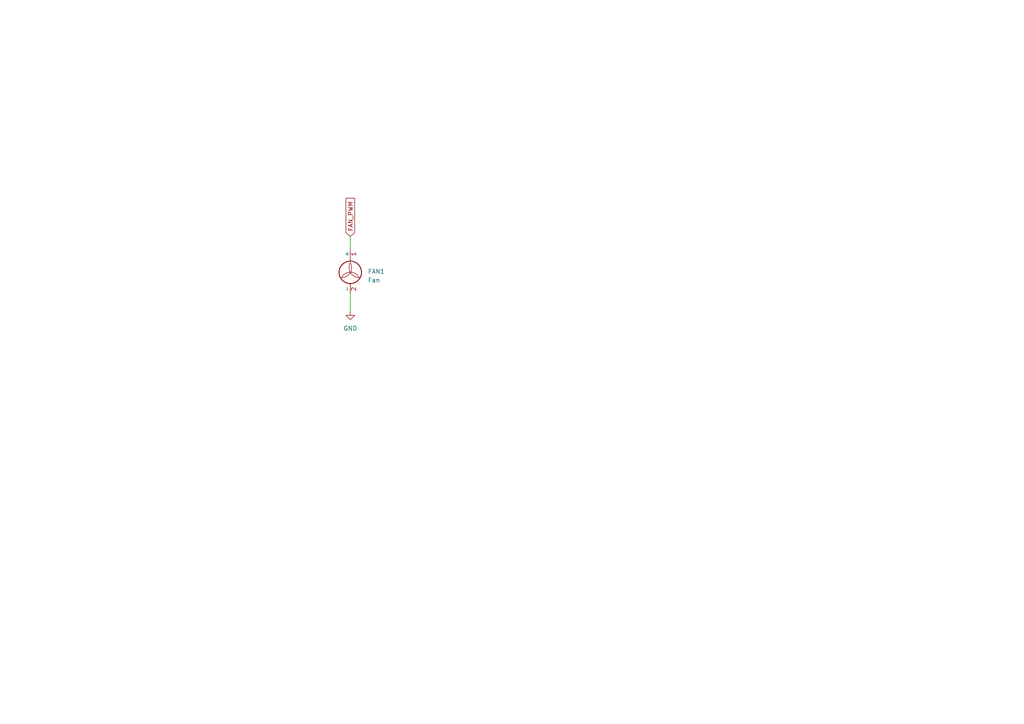
<source format=kicad_sch>
(kicad_sch (version 20230121) (generator eeschema)
  (paper "A4")
  (lib_symbols
    (symbol "Motor:Fan" (pin_names (offset 0))
      (property "Reference" "M" (at 2.54 5.08 0))
      (property "Value" "Fan" (at 2.54 -2.54 0))
      (symbol "Fan_0_1"
        (arc (start -2.54 -0.508) (mid 0.0028 0.9121) (end 0 3.81))
        (polyline (pts (xy 0 -5.08) (xy 0 -4.572)))
        (polyline (pts (xy 0 -2.2352) (xy 0 -2.6416)))
        (polyline (pts (xy 0 4.2672) (xy 0 4.6228)))
        (polyline (pts (xy 0 4.572) (xy 0 5.08)))
        (circle (center 0 1.016) (radius 3.2512) (stroke (width 0.254)))
        (arc (start 0 3.81) (mid 0.053 0.921) (end 2.54 -0.508))
        (arc (start 2.54 -0.508) (mid 0 1.0618) (end -2.54 -0.508))
      )
      (symbol "Fan_1_1"
        (pin passive line (at 0 7.62 270) (length 2.54) (name "+") (number "1"))
        (pin passive line (at 0 -5.08 90) (length 2.54) (name "-") (number "2"))
      )
    )
    (symbol "power:GND" (power) (pin_names (offset 0))
      (property "Value" "GND" (at 0 -3.81 0))
      (symbol "GND_0_1"
        (polyline (pts (xy 0 0) (xy 0 -1.27) (xy 1.27 -1.27) (xy 0 -2.54) (xy -1.27 -1.27) (xy 0 -1.27)))
      )
      (symbol "GND_1_1"
        (pin power_in line (at 0 0 270) (length 0) hide (name "GND") (number "1"))
      )
    )
  )
  (wire (pts (xy 101.6 68.58) (xy 101.6 72.39)))
  (wire (pts (xy 101.6 85.09) (xy 101.6 90.17)))
  (global_label "FAN_PWM" (shape input) (at 101.6 68.58 90) (property "Intersheetrefs" "${INTERSHEET_REFS}" (effects hide)))
  (symbol (lib_id "power:GND") (at 101.6 90.17 0) (unit 1)
    (property "Reference" "#PWR08" (effects hide))
    (property "Value" "GND" (at 101.6 95.25 0))
  )
  (symbol (lib_id "Motor:Fan") (at 101.6 80.01 0) (unit 1)
    (property "Reference" "FAN1" (at 106.68 78.74 0) (effects (justify left)))
    (property "Value" "Fan" (at 106.68 81.28 0) (effects (justify left)))
    (property "Footprint" "TerminalBlock:TerminalBlock_bornier-2_P5.08mm" (effects hide))
  )
)
</source>
